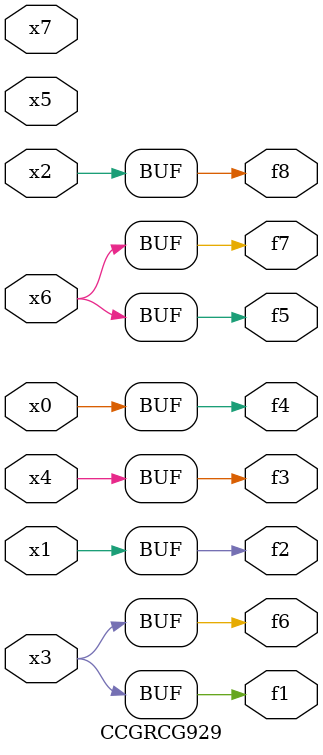
<source format=v>
module CCGRCG929(
	input x0, x1, x2, x3, x4, x5, x6, x7,
	output f1, f2, f3, f4, f5, f6, f7, f8
);
	assign f1 = x3;
	assign f2 = x1;
	assign f3 = x4;
	assign f4 = x0;
	assign f5 = x6;
	assign f6 = x3;
	assign f7 = x6;
	assign f8 = x2;
endmodule

</source>
